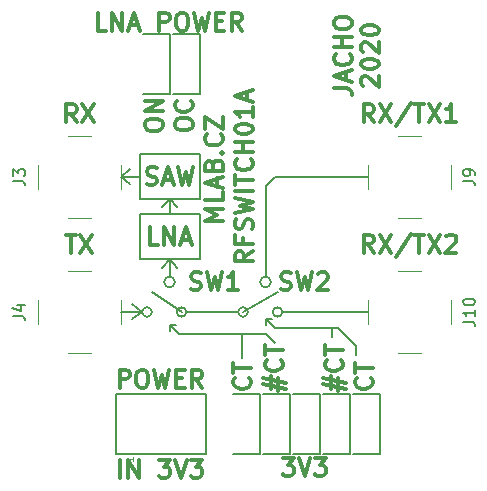
<source format=gbr>
%TF.GenerationSoftware,KiCad,Pcbnew,(5.99.0-6526-g442f40fa66)*%
%TF.CreationDate,2020-10-31T18:39:34+01:00*%
%TF.ProjectId,RFSWITCH01A,52465357-4954-4434-9830-31412e6b6963,rev?*%
%TF.SameCoordinates,Original*%
%TF.FileFunction,Legend,Top*%
%TF.FilePolarity,Positive*%
%FSLAX46Y46*%
G04 Gerber Fmt 4.6, Leading zero omitted, Abs format (unit mm)*
G04 Created by KiCad (PCBNEW (5.99.0-6526-g442f40fa66)) date 2020-10-31 18:39:34*
%MOMM*%
%LPD*%
G01*
G04 APERTURE LIST*
%ADD10C,0.150000*%
%ADD11C,0.300000*%
%ADD12C,0.050000*%
%ADD13C,0.120000*%
G04 APERTURE END LIST*
D10*
X28702000Y12700000D02*
X28956000Y12446000D01*
X9855200Y14605000D02*
X11663391Y14605000D01*
X15387609Y14605000D02*
X19791391Y14605000D01*
X11663391Y14605000D02*
X10795000Y15240000D01*
X15387609Y14605000D02*
G75*
G03*
X15387609Y14605000I-401609J0D01*
G01*
X20066000Y10668000D02*
X20066000Y12700000D01*
X9855200Y26035000D02*
X11430000Y26035000D01*
X22555905Y17145000D02*
G75*
G03*
X22555905Y17145000I-457905J0D01*
G01*
X13970000Y24130000D02*
X13335000Y23495000D01*
X11430000Y19050000D02*
X16510000Y19050000D01*
X20594609Y14605000D02*
G75*
G03*
X20594609Y14605000I-401609J0D01*
G01*
X27686000Y12446000D02*
X27686000Y13208000D01*
X13970000Y19050000D02*
X14605000Y18326453D01*
X14986000Y14605000D02*
X12446000Y16256000D01*
X22860000Y11938000D02*
X22098000Y12700000D01*
X14427905Y17145000D02*
G75*
G03*
X14427905Y17145000I-457905J0D01*
G01*
X13970000Y24130000D02*
X13970000Y22860000D01*
X13970000Y19050000D02*
X13335000Y18326453D01*
X11430000Y22860000D02*
X11430000Y19050000D01*
X29718000Y11684000D02*
X29718000Y10922000D01*
X10795000Y15240000D02*
X11663391Y14605000D01*
X13970000Y24130000D02*
X14605000Y23495000D01*
X22860000Y26035000D02*
X22098000Y25273000D01*
X22098000Y25273000D02*
X22098000Y24130000D01*
X22098000Y12700000D02*
X14732000Y12700000D01*
X11663391Y14605000D02*
X10795000Y13970000D01*
X29718000Y11684000D02*
X28956000Y12446000D01*
X23515609Y14605000D02*
G75*
G03*
X23515609Y14605000I-401609J0D01*
G01*
X13970000Y19050000D02*
X13970000Y17602905D01*
X16510000Y19050000D02*
X16510000Y22860000D01*
X13970000Y12954000D02*
X13970000Y13462000D01*
X16510000Y27940000D02*
X11430000Y27940000D01*
X22606000Y13970000D02*
X22098000Y13970000D01*
X13970000Y13462000D02*
X13970000Y12954000D01*
X26416000Y13208000D02*
X28194000Y13208000D01*
X23114000Y16256000D02*
X20193000Y14605000D01*
X26416000Y13208000D02*
X22860000Y13208000D01*
X22860000Y13208000D02*
X22098000Y13970000D01*
X16510000Y22860000D02*
X11430000Y22860000D01*
X9855200Y26035000D02*
X10642600Y26670000D01*
X16510000Y24130000D02*
X16510000Y27940000D01*
X9855200Y26035000D02*
X10642600Y25400000D01*
X11430000Y24130000D02*
X16510000Y24130000D01*
X11430000Y27940000D02*
X11430000Y24130000D01*
X30784800Y26035000D02*
X22860000Y26035000D01*
X28702000Y12700000D02*
X28194000Y13208000D01*
X22098000Y13970000D02*
X22098000Y13462000D01*
X12466609Y14605000D02*
G75*
G03*
X12466609Y14605000I-401609J0D01*
G01*
X30784800Y14605000D02*
X23515609Y14605000D01*
X22098000Y17602905D02*
X22098000Y24130000D01*
X13970000Y13462000D02*
X14478000Y13462000D01*
X14732000Y12700000D02*
X13970000Y13462000D01*
X22098000Y13462000D02*
X22098000Y13970000D01*
D11*
X31254285Y30690428D02*
X30754285Y31404714D01*
X30397142Y30690428D02*
X30397142Y32190428D01*
X30968571Y32190428D01*
X31111428Y32119000D01*
X31182857Y32047571D01*
X31254285Y31904714D01*
X31254285Y31690428D01*
X31182857Y31547571D01*
X31111428Y31476142D01*
X30968571Y31404714D01*
X30397142Y31404714D01*
X31754285Y32190428D02*
X32754285Y30690428D01*
X32754285Y32190428D02*
X31754285Y30690428D01*
X34397142Y32261857D02*
X33111428Y30333285D01*
X34682857Y32190428D02*
X35540000Y32190428D01*
X35111428Y30690428D02*
X35111428Y32190428D01*
X35897142Y32190428D02*
X36897142Y30690428D01*
X36897142Y32190428D02*
X35897142Y30690428D01*
X38254285Y30690428D02*
X37397142Y30690428D01*
X37825714Y30690428D02*
X37825714Y32190428D01*
X37682857Y31976142D01*
X37540000Y31833285D01*
X37397142Y31761857D01*
X11878571Y30313428D02*
X11878571Y30599142D01*
X11950000Y30742000D01*
X12092857Y30884857D01*
X12378571Y30956285D01*
X12878571Y30956285D01*
X13164285Y30884857D01*
X13307142Y30742000D01*
X13378571Y30599142D01*
X13378571Y30313428D01*
X13307142Y30170571D01*
X13164285Y30027714D01*
X12878571Y29956285D01*
X12378571Y29956285D01*
X12092857Y30027714D01*
X11950000Y30170571D01*
X11878571Y30313428D01*
X13378571Y31599142D02*
X11878571Y31599142D01*
X13378571Y32456285D01*
X11878571Y32456285D01*
X9779428Y591428D02*
X9779428Y2091428D01*
X10493714Y591428D02*
X10493714Y2091428D01*
X11350857Y591428D01*
X11350857Y2091428D01*
X13065142Y2091428D02*
X13993714Y2091428D01*
X13493714Y1520000D01*
X13708000Y1520000D01*
X13850857Y1448571D01*
X13922285Y1377142D01*
X13993714Y1234285D01*
X13993714Y877142D01*
X13922285Y734285D01*
X13850857Y662857D01*
X13708000Y591428D01*
X13279428Y591428D01*
X13136571Y662857D01*
X13065142Y734285D01*
X14422285Y2091428D02*
X14922285Y591428D01*
X15422285Y2091428D01*
X15779428Y2091428D02*
X16708000Y2091428D01*
X16208000Y1520000D01*
X16422285Y1520000D01*
X16565142Y1448571D01*
X16636571Y1377142D01*
X16708000Y1234285D01*
X16708000Y877142D01*
X16636571Y734285D01*
X16565142Y662857D01*
X16422285Y591428D01*
X15993714Y591428D01*
X15850857Y662857D01*
X15779428Y734285D01*
X5207142Y21141428D02*
X6064285Y21141428D01*
X5635714Y19641428D02*
X5635714Y21141428D01*
X6421428Y21141428D02*
X7421428Y19641428D01*
X7421428Y21141428D02*
X6421428Y19641428D01*
X31015714Y9029285D02*
X31087142Y8957857D01*
X31158571Y8743571D01*
X31158571Y8600714D01*
X31087142Y8386428D01*
X30944285Y8243571D01*
X30801428Y8172142D01*
X30515714Y8100714D01*
X30301428Y8100714D01*
X30015714Y8172142D01*
X29872857Y8243571D01*
X29730000Y8386428D01*
X29658571Y8600714D01*
X29658571Y8743571D01*
X29730000Y8957857D01*
X29801428Y9029285D01*
X29658571Y9457857D02*
X29658571Y10315000D01*
X31158571Y9886428D02*
X29658571Y9886428D01*
X23542857Y2218428D02*
X24471428Y2218428D01*
X23971428Y1647000D01*
X24185714Y1647000D01*
X24328571Y1575571D01*
X24400000Y1504142D01*
X24471428Y1361285D01*
X24471428Y1004142D01*
X24400000Y861285D01*
X24328571Y789857D01*
X24185714Y718428D01*
X23757142Y718428D01*
X23614285Y789857D01*
X23542857Y861285D01*
X24900000Y2218428D02*
X25400000Y718428D01*
X25900000Y2218428D01*
X26257142Y2218428D02*
X27185714Y2218428D01*
X26685714Y1647000D01*
X26900000Y1647000D01*
X27042857Y1575571D01*
X27114285Y1504142D01*
X27185714Y1361285D01*
X27185714Y1004142D01*
X27114285Y861285D01*
X27042857Y789857D01*
X26900000Y718428D01*
X26471428Y718428D01*
X26328571Y789857D01*
X26257142Y861285D01*
X9743714Y8211428D02*
X9743714Y9711428D01*
X10315142Y9711428D01*
X10458000Y9640000D01*
X10529428Y9568571D01*
X10600857Y9425714D01*
X10600857Y9211428D01*
X10529428Y9068571D01*
X10458000Y8997142D01*
X10315142Y8925714D01*
X9743714Y8925714D01*
X11529428Y9711428D02*
X11815142Y9711428D01*
X11958000Y9640000D01*
X12100857Y9497142D01*
X12172285Y9211428D01*
X12172285Y8711428D01*
X12100857Y8425714D01*
X11958000Y8282857D01*
X11815142Y8211428D01*
X11529428Y8211428D01*
X11386571Y8282857D01*
X11243714Y8425714D01*
X11172285Y8711428D01*
X11172285Y9211428D01*
X11243714Y9497142D01*
X11386571Y9640000D01*
X11529428Y9711428D01*
X12672285Y9711428D02*
X13029428Y8211428D01*
X13315142Y9282857D01*
X13600857Y8211428D01*
X13958000Y9711428D01*
X14529428Y8997142D02*
X15029428Y8997142D01*
X15243714Y8211428D02*
X14529428Y8211428D01*
X14529428Y9711428D01*
X15243714Y9711428D01*
X16743714Y8211428D02*
X16243714Y8925714D01*
X15886571Y8211428D02*
X15886571Y9711428D01*
X16458000Y9711428D01*
X16600857Y9640000D01*
X16672285Y9568571D01*
X16743714Y9425714D01*
X16743714Y9211428D01*
X16672285Y9068571D01*
X16600857Y8997142D01*
X16458000Y8925714D01*
X15886571Y8925714D01*
X15780000Y16537857D02*
X15994285Y16466428D01*
X16351428Y16466428D01*
X16494285Y16537857D01*
X16565714Y16609285D01*
X16637142Y16752142D01*
X16637142Y16895000D01*
X16565714Y17037857D01*
X16494285Y17109285D01*
X16351428Y17180714D01*
X16065714Y17252142D01*
X15922857Y17323571D01*
X15851428Y17395000D01*
X15780000Y17537857D01*
X15780000Y17680714D01*
X15851428Y17823571D01*
X15922857Y17895000D01*
X16065714Y17966428D01*
X16422857Y17966428D01*
X16637142Y17895000D01*
X17137142Y17966428D02*
X17494285Y16466428D01*
X17780000Y17537857D01*
X18065714Y16466428D01*
X18422857Y17966428D01*
X19780000Y16466428D02*
X18922857Y16466428D01*
X19351428Y16466428D02*
X19351428Y17966428D01*
X19208571Y17752142D01*
X19065714Y17609285D01*
X18922857Y17537857D01*
X22538571Y8100714D02*
X22538571Y9172142D01*
X21895714Y8529285D02*
X23824285Y8100714D01*
X23181428Y9029285D02*
X23181428Y7957857D01*
X23824285Y8600714D02*
X21895714Y9029285D01*
X23395714Y10529285D02*
X23467142Y10457857D01*
X23538571Y10243571D01*
X23538571Y10100714D01*
X23467142Y9886428D01*
X23324285Y9743571D01*
X23181428Y9672142D01*
X22895714Y9600714D01*
X22681428Y9600714D01*
X22395714Y9672142D01*
X22252857Y9743571D01*
X22110000Y9886428D01*
X22038571Y10100714D01*
X22038571Y10243571D01*
X22110000Y10457857D01*
X22181428Y10529285D01*
X22038571Y10957857D02*
X22038571Y11815000D01*
X23538571Y11386428D02*
X22038571Y11386428D01*
X30309428Y33750571D02*
X30238000Y33822000D01*
X30166571Y33964857D01*
X30166571Y34322000D01*
X30238000Y34464857D01*
X30309428Y34536285D01*
X30452285Y34607714D01*
X30595142Y34607714D01*
X30809428Y34536285D01*
X31666571Y33679142D01*
X31666571Y34607714D01*
X30166571Y35536285D02*
X30166571Y35679142D01*
X30238000Y35822000D01*
X30309428Y35893428D01*
X30452285Y35964857D01*
X30738000Y36036285D01*
X31095142Y36036285D01*
X31380857Y35964857D01*
X31523714Y35893428D01*
X31595142Y35822000D01*
X31666571Y35679142D01*
X31666571Y35536285D01*
X31595142Y35393428D01*
X31523714Y35322000D01*
X31380857Y35250571D01*
X31095142Y35179142D01*
X30738000Y35179142D01*
X30452285Y35250571D01*
X30309428Y35322000D01*
X30238000Y35393428D01*
X30166571Y35536285D01*
X30309428Y36607714D02*
X30238000Y36679142D01*
X30166571Y36822000D01*
X30166571Y37179142D01*
X30238000Y37322000D01*
X30309428Y37393428D01*
X30452285Y37464857D01*
X30595142Y37464857D01*
X30809428Y37393428D01*
X31666571Y36536285D01*
X31666571Y37464857D01*
X30166571Y38393428D02*
X30166571Y38536285D01*
X30238000Y38679142D01*
X30309428Y38750571D01*
X30452285Y38822000D01*
X30738000Y38893428D01*
X31095142Y38893428D01*
X31380857Y38822000D01*
X31523714Y38750571D01*
X31595142Y38679142D01*
X31666571Y38536285D01*
X31666571Y38393428D01*
X31595142Y38250571D01*
X31523714Y38179142D01*
X31380857Y38107714D01*
X31095142Y38036285D01*
X30738000Y38036285D01*
X30452285Y38107714D01*
X30309428Y38179142D01*
X30238000Y38250571D01*
X30166571Y38393428D01*
X12041428Y25427857D02*
X12255714Y25356428D01*
X12612857Y25356428D01*
X12755714Y25427857D01*
X12827142Y25499285D01*
X12898571Y25642142D01*
X12898571Y25785000D01*
X12827142Y25927857D01*
X12755714Y25999285D01*
X12612857Y26070714D01*
X12327142Y26142142D01*
X12184285Y26213571D01*
X12112857Y26285000D01*
X12041428Y26427857D01*
X12041428Y26570714D01*
X12112857Y26713571D01*
X12184285Y26785000D01*
X12327142Y26856428D01*
X12684285Y26856428D01*
X12898571Y26785000D01*
X13470000Y25785000D02*
X14184285Y25785000D01*
X13327142Y25356428D02*
X13827142Y26856428D01*
X14327142Y25356428D01*
X14684285Y26856428D02*
X15041428Y25356428D01*
X15327142Y26427857D01*
X15612857Y25356428D01*
X15970000Y26856428D01*
X14418571Y30349142D02*
X14418571Y30634857D01*
X14490000Y30777714D01*
X14632857Y30920571D01*
X14918571Y30992000D01*
X15418571Y30992000D01*
X15704285Y30920571D01*
X15847142Y30777714D01*
X15918571Y30634857D01*
X15918571Y30349142D01*
X15847142Y30206285D01*
X15704285Y30063428D01*
X15418571Y29992000D01*
X14918571Y29992000D01*
X14632857Y30063428D01*
X14490000Y30206285D01*
X14418571Y30349142D01*
X15775714Y32492000D02*
X15847142Y32420571D01*
X15918571Y32206285D01*
X15918571Y32063428D01*
X15847142Y31849142D01*
X15704285Y31706285D01*
X15561428Y31634857D01*
X15275714Y31563428D01*
X15061428Y31563428D01*
X14775714Y31634857D01*
X14632857Y31706285D01*
X14490000Y31849142D01*
X14418571Y32063428D01*
X14418571Y32206285D01*
X14490000Y32420571D01*
X14561428Y32492000D01*
X20998571Y19749285D02*
X20284285Y19249285D01*
X20998571Y18892142D02*
X19498571Y18892142D01*
X19498571Y19463571D01*
X19570000Y19606428D01*
X19641428Y19677857D01*
X19784285Y19749285D01*
X19998571Y19749285D01*
X20141428Y19677857D01*
X20212857Y19606428D01*
X20284285Y19463571D01*
X20284285Y18892142D01*
X20212857Y20892142D02*
X20212857Y20392142D01*
X20998571Y20392142D02*
X19498571Y20392142D01*
X19498571Y21106428D01*
X20927142Y21606428D02*
X20998571Y21820714D01*
X20998571Y22177857D01*
X20927142Y22320714D01*
X20855714Y22392142D01*
X20712857Y22463571D01*
X20570000Y22463571D01*
X20427142Y22392142D01*
X20355714Y22320714D01*
X20284285Y22177857D01*
X20212857Y21892142D01*
X20141428Y21749285D01*
X20070000Y21677857D01*
X19927142Y21606428D01*
X19784285Y21606428D01*
X19641428Y21677857D01*
X19570000Y21749285D01*
X19498571Y21892142D01*
X19498571Y22249285D01*
X19570000Y22463571D01*
X19498571Y22963571D02*
X20998571Y23320714D01*
X19927142Y23606428D01*
X20998571Y23892142D01*
X19498571Y24249285D01*
X20998571Y24820714D02*
X19498571Y24820714D01*
X19498571Y25320714D02*
X19498571Y26177857D01*
X20998571Y25749285D02*
X19498571Y25749285D01*
X20855714Y27535000D02*
X20927142Y27463571D01*
X20998571Y27249285D01*
X20998571Y27106428D01*
X20927142Y26892142D01*
X20784285Y26749285D01*
X20641428Y26677857D01*
X20355714Y26606428D01*
X20141428Y26606428D01*
X19855714Y26677857D01*
X19712857Y26749285D01*
X19570000Y26892142D01*
X19498571Y27106428D01*
X19498571Y27249285D01*
X19570000Y27463571D01*
X19641428Y27535000D01*
X20998571Y28177857D02*
X19498571Y28177857D01*
X20212857Y28177857D02*
X20212857Y29035000D01*
X20998571Y29035000D02*
X19498571Y29035000D01*
X19498571Y30035000D02*
X19498571Y30177857D01*
X19570000Y30320714D01*
X19641428Y30392142D01*
X19784285Y30463571D01*
X20070000Y30534999D01*
X20427142Y30534999D01*
X20712857Y30463571D01*
X20855714Y30392142D01*
X20927142Y30320714D01*
X20998571Y30177857D01*
X20998571Y30035000D01*
X20927142Y29892142D01*
X20855714Y29820714D01*
X20712857Y29749285D01*
X20427142Y29677857D01*
X20070000Y29677857D01*
X19784285Y29749285D01*
X19641428Y29820714D01*
X19570000Y29892142D01*
X19498571Y30035000D01*
X20998571Y31963571D02*
X20998571Y31106428D01*
X20998571Y31535000D02*
X19498571Y31535000D01*
X19712857Y31392142D01*
X19855714Y31249285D01*
X19927142Y31106428D01*
X20570000Y32535000D02*
X20570000Y33249285D01*
X20998571Y32392142D02*
X19498571Y32892142D01*
X20998571Y33392142D01*
X13005714Y20276428D02*
X12291428Y20276428D01*
X12291428Y21776428D01*
X13505714Y20276428D02*
X13505714Y21776428D01*
X14362857Y20276428D01*
X14362857Y21776428D01*
X15005714Y20705000D02*
X15720000Y20705000D01*
X14862857Y20276428D02*
X15362857Y21776428D01*
X15862857Y20276428D01*
X27880571Y33572000D02*
X28952000Y33572000D01*
X29166285Y33500571D01*
X29309142Y33357714D01*
X29380571Y33143428D01*
X29380571Y33000571D01*
X28952000Y34214857D02*
X28952000Y34929142D01*
X29380571Y34072000D02*
X27880571Y34572000D01*
X29380571Y35072000D01*
X29237714Y36429142D02*
X29309142Y36357714D01*
X29380571Y36143428D01*
X29380571Y36000571D01*
X29309142Y35786285D01*
X29166285Y35643428D01*
X29023428Y35572000D01*
X28737714Y35500571D01*
X28523428Y35500571D01*
X28237714Y35572000D01*
X28094857Y35643428D01*
X27952000Y35786285D01*
X27880571Y36000571D01*
X27880571Y36143428D01*
X27952000Y36357714D01*
X28023428Y36429142D01*
X29380571Y37072000D02*
X27880571Y37072000D01*
X28594857Y37072000D02*
X28594857Y37929142D01*
X29380571Y37929142D02*
X27880571Y37929142D01*
X27880571Y38929142D02*
X27880571Y39214857D01*
X27952000Y39357714D01*
X28094857Y39500571D01*
X28380571Y39572000D01*
X28880571Y39572000D01*
X29166285Y39500571D01*
X29309142Y39357714D01*
X29380571Y39214857D01*
X29380571Y38929142D01*
X29309142Y38786285D01*
X29166285Y38643428D01*
X28880571Y38572000D01*
X28380571Y38572000D01*
X28094857Y38643428D01*
X27952000Y38786285D01*
X27880571Y38929142D01*
X6100000Y30690428D02*
X5600000Y31404714D01*
X5242857Y30690428D02*
X5242857Y32190428D01*
X5814285Y32190428D01*
X5957142Y32119000D01*
X6028571Y32047571D01*
X6100000Y31904714D01*
X6100000Y31690428D01*
X6028571Y31547571D01*
X5957142Y31476142D01*
X5814285Y31404714D01*
X5242857Y31404714D01*
X6600000Y32190428D02*
X7600000Y30690428D01*
X7600000Y32190428D02*
X6600000Y30690428D01*
X31254285Y19641428D02*
X30754285Y20355714D01*
X30397142Y19641428D02*
X30397142Y21141428D01*
X30968571Y21141428D01*
X31111428Y21070000D01*
X31182857Y20998571D01*
X31254285Y20855714D01*
X31254285Y20641428D01*
X31182857Y20498571D01*
X31111428Y20427142D01*
X30968571Y20355714D01*
X30397142Y20355714D01*
X31754285Y21141428D02*
X32754285Y19641428D01*
X32754285Y21141428D02*
X31754285Y19641428D01*
X34397142Y21212857D02*
X33111428Y19284285D01*
X34682857Y21141428D02*
X35540000Y21141428D01*
X35111428Y19641428D02*
X35111428Y21141428D01*
X35897142Y21141428D02*
X36897142Y19641428D01*
X36897142Y21141428D02*
X35897142Y19641428D01*
X37397142Y20998571D02*
X37468571Y21070000D01*
X37611428Y21141428D01*
X37968571Y21141428D01*
X38111428Y21070000D01*
X38182857Y20998571D01*
X38254285Y20855714D01*
X38254285Y20712857D01*
X38182857Y20498571D01*
X37325714Y19641428D01*
X38254285Y19641428D01*
X20728714Y9029285D02*
X20800142Y8957857D01*
X20871571Y8743571D01*
X20871571Y8600714D01*
X20800142Y8386428D01*
X20657285Y8243571D01*
X20514428Y8172142D01*
X20228714Y8100714D01*
X20014428Y8100714D01*
X19728714Y8172142D01*
X19585857Y8243571D01*
X19443000Y8386428D01*
X19371571Y8600714D01*
X19371571Y8743571D01*
X19443000Y8957857D01*
X19514428Y9029285D01*
X19371571Y9457857D02*
X19371571Y10315000D01*
X20871571Y9886428D02*
X19371571Y9886428D01*
X27618571Y8100714D02*
X27618571Y9172142D01*
X26975714Y8529285D02*
X28904285Y8100714D01*
X28261428Y9029285D02*
X28261428Y7957857D01*
X28904285Y8600714D02*
X26975714Y9029285D01*
X28475714Y10529285D02*
X28547142Y10457857D01*
X28618571Y10243571D01*
X28618571Y10100714D01*
X28547142Y9886428D01*
X28404285Y9743571D01*
X28261428Y9672142D01*
X27975714Y9600714D01*
X27761428Y9600714D01*
X27475714Y9672142D01*
X27332857Y9743571D01*
X27190000Y9886428D01*
X27118571Y10100714D01*
X27118571Y10243571D01*
X27190000Y10457857D01*
X27261428Y10529285D01*
X27118571Y10957857D02*
X27118571Y11815000D01*
X28618571Y11386428D02*
X27118571Y11386428D01*
X23400000Y16537857D02*
X23614285Y16466428D01*
X23971428Y16466428D01*
X24114285Y16537857D01*
X24185714Y16609285D01*
X24257142Y16752142D01*
X24257142Y16895000D01*
X24185714Y17037857D01*
X24114285Y17109285D01*
X23971428Y17180714D01*
X23685714Y17252142D01*
X23542857Y17323571D01*
X23471428Y17395000D01*
X23400000Y17537857D01*
X23400000Y17680714D01*
X23471428Y17823571D01*
X23542857Y17895000D01*
X23685714Y17966428D01*
X24042857Y17966428D01*
X24257142Y17895000D01*
X24757142Y17966428D02*
X25114285Y16466428D01*
X25400000Y17537857D01*
X25685714Y16466428D01*
X26042857Y17966428D01*
X26542857Y17823571D02*
X26614285Y17895000D01*
X26757142Y17966428D01*
X27114285Y17966428D01*
X27257142Y17895000D01*
X27328571Y17823571D01*
X27400000Y17680714D01*
X27400000Y17537857D01*
X27328571Y17323571D01*
X26471428Y16466428D01*
X27400000Y16466428D01*
X18458571Y22348571D02*
X16958571Y22348571D01*
X18030000Y22848571D01*
X16958571Y23348571D01*
X18458571Y23348571D01*
X18458571Y24777142D02*
X18458571Y24062857D01*
X16958571Y24062857D01*
X18030000Y25205714D02*
X18030000Y25920000D01*
X18458571Y25062857D02*
X16958571Y25562857D01*
X18458571Y26062857D01*
X17672857Y27062857D02*
X17744285Y27277142D01*
X17815714Y27348571D01*
X17958571Y27420000D01*
X18172857Y27420000D01*
X18315714Y27348571D01*
X18387142Y27277142D01*
X18458571Y27134285D01*
X18458571Y26562857D01*
X16958571Y26562857D01*
X16958571Y27062857D01*
X17030000Y27205714D01*
X17101428Y27277142D01*
X17244285Y27348571D01*
X17387142Y27348571D01*
X17530000Y27277142D01*
X17601428Y27205714D01*
X17672857Y27062857D01*
X17672857Y26562857D01*
X18315714Y28062857D02*
X18387142Y28134285D01*
X18458571Y28062857D01*
X18387142Y27991428D01*
X18315714Y28062857D01*
X18458571Y28062857D01*
X18315714Y29634285D02*
X18387142Y29562857D01*
X18458571Y29348571D01*
X18458571Y29205714D01*
X18387142Y28991428D01*
X18244285Y28848571D01*
X18101428Y28777142D01*
X17815714Y28705714D01*
X17601428Y28705714D01*
X17315714Y28777142D01*
X17172857Y28848571D01*
X17030000Y28991428D01*
X16958571Y29205714D01*
X16958571Y29348571D01*
X17030000Y29562857D01*
X17101428Y29634285D01*
X16958571Y30134285D02*
X16958571Y31134285D01*
X18458571Y30134285D01*
X18458571Y31134285D01*
X8612857Y38437428D02*
X7898571Y38437428D01*
X7898571Y39937428D01*
X9112857Y38437428D02*
X9112857Y39937428D01*
X9970000Y38437428D01*
X9970000Y39937428D01*
X10612857Y38866000D02*
X11327142Y38866000D01*
X10470000Y38437428D02*
X10970000Y39937428D01*
X11470000Y38437428D01*
X13112857Y38437428D02*
X13112857Y39937428D01*
X13684285Y39937428D01*
X13827142Y39866000D01*
X13898571Y39794571D01*
X13970000Y39651714D01*
X13970000Y39437428D01*
X13898571Y39294571D01*
X13827142Y39223142D01*
X13684285Y39151714D01*
X13112857Y39151714D01*
X14898571Y39937428D02*
X15184285Y39937428D01*
X15327142Y39866000D01*
X15470000Y39723142D01*
X15541428Y39437428D01*
X15541428Y38937428D01*
X15470000Y38651714D01*
X15327142Y38508857D01*
X15184285Y38437428D01*
X14898571Y38437428D01*
X14755714Y38508857D01*
X14612857Y38651714D01*
X14541428Y38937428D01*
X14541428Y39437428D01*
X14612857Y39723142D01*
X14755714Y39866000D01*
X14898571Y39937428D01*
X16041428Y39937428D02*
X16398571Y38437428D01*
X16684285Y39508857D01*
X16970000Y38437428D01*
X17327142Y39937428D01*
X17898571Y39223142D02*
X18398571Y39223142D01*
X18612857Y38437428D02*
X17898571Y38437428D01*
X17898571Y39937428D01*
X18612857Y39937428D01*
X20112857Y38437428D02*
X19612857Y39151714D01*
X19255714Y38437428D02*
X19255714Y39937428D01*
X19827142Y39937428D01*
X19969999Y39866000D01*
X20041428Y39794571D01*
X20112857Y39651714D01*
X20112857Y39437428D01*
X20041428Y39294571D01*
X19969999Y39223142D01*
X19827142Y39151714D01*
X19255714Y39151714D01*
D10*
%TO.C,J10*%
X38822380Y13795476D02*
X39536666Y13795476D01*
X39679523Y13747857D01*
X39774761Y13652619D01*
X39822380Y13509761D01*
X39822380Y13414523D01*
X39822380Y14795476D02*
X39822380Y14224047D01*
X39822380Y14509761D02*
X38822380Y14509761D01*
X38965238Y14414523D01*
X39060476Y14319285D01*
X39108095Y14224047D01*
X38822380Y15414523D02*
X38822380Y15509761D01*
X38870000Y15605000D01*
X38917619Y15652619D01*
X39012857Y15700238D01*
X39203333Y15747857D01*
X39441428Y15747857D01*
X39631904Y15700238D01*
X39727142Y15652619D01*
X39774761Y15605000D01*
X39822380Y15509761D01*
X39822380Y15414523D01*
X39774761Y15319285D01*
X39727142Y15271666D01*
X39631904Y15224047D01*
X39441428Y15176428D01*
X39203333Y15176428D01*
X39012857Y15224047D01*
X38917619Y15271666D01*
X38870000Y15319285D01*
X38822380Y15414523D01*
D12*
%TO.C,J1*%
X10894190Y2301857D02*
X10894190Y2016142D01*
X10894190Y2159000D02*
X10394190Y2159000D01*
X10465619Y2111380D01*
X10513238Y2063761D01*
X10537047Y2016142D01*
D10*
%TO.C,J3*%
X722380Y25701666D02*
X1436666Y25701666D01*
X1579523Y25654047D01*
X1674761Y25558809D01*
X1722380Y25415952D01*
X1722380Y25320714D01*
X722380Y26082619D02*
X722380Y26701666D01*
X1103333Y26368333D01*
X1103333Y26511190D01*
X1150952Y26606428D01*
X1198571Y26654047D01*
X1293809Y26701666D01*
X1531904Y26701666D01*
X1627142Y26654047D01*
X1674761Y26606428D01*
X1722380Y26511190D01*
X1722380Y26225476D01*
X1674761Y26130238D01*
X1627142Y26082619D01*
%TO.C,J9*%
X38822380Y25701666D02*
X39536666Y25701666D01*
X39679523Y25654047D01*
X39774761Y25558809D01*
X39822380Y25415952D01*
X39822380Y25320714D01*
X39822380Y26225476D02*
X39822380Y26415952D01*
X39774761Y26511190D01*
X39727142Y26558809D01*
X39584285Y26654047D01*
X39393809Y26701666D01*
X39012857Y26701666D01*
X38917619Y26654047D01*
X38870000Y26606428D01*
X38822380Y26511190D01*
X38822380Y26320714D01*
X38870000Y26225476D01*
X38917619Y26177857D01*
X39012857Y26130238D01*
X39250952Y26130238D01*
X39346190Y26177857D01*
X39393809Y26225476D01*
X39441428Y26320714D01*
X39441428Y26511190D01*
X39393809Y26606428D01*
X39346190Y26654047D01*
X39250952Y26701666D01*
%TO.C,J4*%
X722380Y14271666D02*
X1436666Y14271666D01*
X1579523Y14224047D01*
X1674761Y14128809D01*
X1722380Y13985952D01*
X1722380Y13890714D01*
X1055714Y15176428D02*
X1722380Y15176428D01*
X674761Y14938333D02*
X1389047Y14700238D01*
X1389047Y15319285D01*
%TO.C,J5*%
X21590000Y7620000D02*
X21590000Y2540000D01*
X21590000Y2540000D02*
X19304000Y2540000D01*
X19304000Y7620000D02*
X21590000Y7620000D01*
%TO.C,J8*%
X26924000Y7620000D02*
X29210000Y7620000D01*
X29210000Y7620000D02*
X29210000Y2540000D01*
X29210000Y2540000D02*
X26924000Y2540000D01*
%TO.C,J7*%
X31750000Y2540000D02*
X29464000Y2540000D01*
X31750000Y7620000D02*
X31750000Y2540000D01*
X29464000Y7620000D02*
X31750000Y7620000D01*
%TO.C,J11*%
X16510000Y38100000D02*
X16510000Y33020000D01*
X16510000Y33020000D02*
X14224000Y33020000D01*
X14224000Y38100000D02*
X16510000Y38100000D01*
D13*
%TO.C,J10*%
X30784800Y13605000D02*
X30784800Y15605000D01*
X37795200Y15605000D02*
X37795200Y13605000D01*
X35290000Y11099800D02*
X33290000Y11099800D01*
X33290000Y18110200D02*
X35290000Y18110200D01*
D10*
%TO.C,J12*%
X26670000Y7620000D02*
X26670000Y2540000D01*
X26670000Y2540000D02*
X24384000Y2540000D01*
X24384000Y7620000D02*
X26670000Y7620000D01*
%TO.C,J1*%
X9398000Y7620000D02*
X17018000Y7620000D01*
X9398000Y2540000D02*
X9398000Y7620000D01*
X17018000Y7620000D02*
X17018000Y2540000D01*
X17018000Y2540000D02*
X9398000Y2540000D01*
%TO.C,J6*%
X24130000Y2540000D02*
X21844000Y2540000D01*
X21844000Y7620000D02*
X24130000Y7620000D01*
X24130000Y7620000D02*
X24130000Y2540000D01*
D13*
%TO.C,J3*%
X7350000Y22529800D02*
X5350000Y22529800D01*
X5350000Y29540200D02*
X7350000Y29540200D01*
X2844800Y25035000D02*
X2844800Y27035000D01*
X9855200Y27035000D02*
X9855200Y25035000D01*
D10*
%TO.C,J2*%
X13970000Y33020000D02*
X11684000Y33020000D01*
X11684000Y38100000D02*
X13970000Y38100000D01*
X13970000Y38100000D02*
X13970000Y33020000D01*
D13*
%TO.C,J9*%
X33290000Y29540200D02*
X35290000Y29540200D01*
X35290000Y22529800D02*
X33290000Y22529800D01*
X37795200Y27035000D02*
X37795200Y25035000D01*
X30784800Y25035000D02*
X30784800Y27035000D01*
%TO.C,J4*%
X9855200Y15605000D02*
X9855200Y13605000D01*
X7350000Y11099800D02*
X5350000Y11099800D01*
X2844800Y13605000D02*
X2844800Y15605000D01*
X5350000Y18110200D02*
X7350000Y18110200D01*
%TD*%
M02*

</source>
